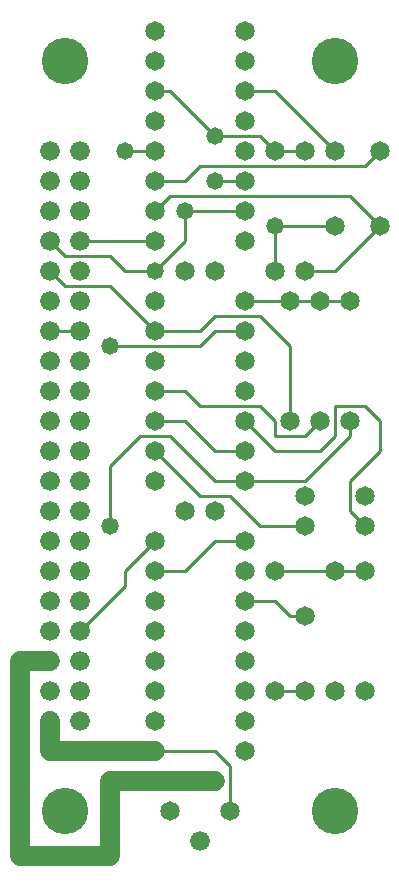
<source format=gbl>
%MOIN*%
%FSLAX25Y25*%
G04 D10 used for Character Trace; *
G04     Circle (OD=.01000) (No hole)*
G04 D11 used for Power Trace; *
G04     Circle (OD=.06700) (No hole)*
G04 D12 used for Signal Trace; *
G04     Circle (OD=.01100) (No hole)*
G04 D13 used for Via; *
G04     Circle (OD=.05800) (Round. Hole ID=.02800)*
G04 D14 used for Component hole; *
G04     Circle (OD=.06500) (Round. Hole ID=.03500)*
G04 D15 used for Component hole; *
G04     Circle (OD=.06600) (Round. Hole ID=.04200)*
G04 D16 used for Component hole; *
G04     Circle (OD=.08200) (Round. Hole ID=.05200)*
G04 D17 used for Component hole; *
G04     Circle (OD=.08950) (Round. Hole ID=.05950)*
G04 D18 used for Component hole; *
G04     Circle (OD=.11600) (Round. Hole ID=.08600)*
G04 D19 used for Component hole; *
G04     Circle (OD=.15500) (Round. Hole ID=.12500)*
G04 D20 used for Component hole; *
G04     Circle (OD=.18200) (Round. Hole ID=.15200)*
G04 D21 used for Component hole; *
G04     Circle (OD=.24300) (Round. Hole ID=.21300)*
%ADD10C,.01000*%
%ADD11C,.06700*%
%ADD12C,.01100*%
%ADD13C,.05800*%
%ADD14C,.06500*%
%ADD15C,.06600*%
%ADD16C,.08200*%
%ADD17C,.08950*%
%ADD18C,.11600*%
%ADD19C,.15500*%
%ADD20C,.18200*%
%ADD21C,.24300*%
%IPPOS*%
%LPD*%
G90*X0Y0D02*D11*X10000Y10000D02*X40000D01*        
Y35000D01*X75000D01*D13*D03*D12*X80000Y25000D02*  
Y40000D01*D14*Y25000D03*D15*X70000Y15000D03*D12*  
X80000Y40000D02*X75000Y45000D01*X55000D01*D14*D03*
D11*X20000D01*Y55000D01*D15*D03*X30000Y65000D03*  
Y55000D03*X20000Y65000D03*X30000Y75000D03*        
X20000D03*D11*X10000D01*Y10000D01*D19*            
X25000Y25000D03*D14*X55000Y55000D03*              
X60000Y25000D03*X55000Y65000D03*Y75000D03*        
X85000Y85000D03*X55000D03*D15*X30000D03*D12*      
X45000Y100000D01*Y105000D01*X55000Y115000D01*D14* 
D03*D12*Y105000D02*X65000D01*D14*X55000D03*D12*   
X65000D02*X75000Y115000D01*X85000D01*D14*D03*D12* 
X90000Y120000D02*X105000D01*D14*D03*Y130000D03*   
D12*X120000Y125000D02*Y135000D01*                 
X125000Y120000D02*X120000Y125000D01*D14*          
X125000Y120000D03*Y130000D03*X115000Y105000D03*   
D12*X95000D01*D14*D03*X85000Y95000D03*D12*        
X95000D01*X100000Y90000D01*X105000D01*D14*D03*D12*
X115000Y105000D02*X125000D01*D14*D03*D12*         
X120000Y135000D02*X130000Y145000D01*Y155000D01*   
X125000Y160000D01*X115000D01*Y150000D01*          
X110000Y145000D01*X95000D01*X85000Y155000D01*D14* 
D03*D12*X95000D02*X90000Y160000D01*               
X95000Y150000D02*Y155000D01*Y150000D02*X105000D01*
X110000Y155000D01*D14*D03*D12*X105000Y135000D02*  
X120000Y150000D01*X85000Y135000D02*X105000D01*D14*
X85000D03*D12*X75000D01*X60000Y150000D01*         
X50000D01*X40000Y140000D01*Y120000D01*D13*D03*D15*
X30000Y125000D03*Y115000D03*D14*X55000Y135000D03* 
D15*X30000Y105000D03*Y135000D03*X20000D03*        
Y125000D03*Y115000D03*Y105000D03*Y95000D03*D14*   
X55000Y145000D03*D12*X70000Y130000D01*X80000D01*  
X90000Y120000D01*D14*X75000Y125000D03*            
X85000Y105000D03*X65000Y125000D03*                
X85000Y145000D03*D12*X75000D01*X65000Y155000D01*  
X55000D01*D14*D03*D12*X70000Y160000D02*           
X65000Y165000D01*X70000Y160000D02*X90000D01*D14*  
X85000Y165000D03*X100000Y155000D03*D12*Y180000D01*
X90000Y190000D01*X75000D01*X70000Y185000D01*      
X55000D01*D14*D03*D12*X40000Y200000D01*X25000D01* 
X20000Y205000D01*D15*D03*D12*X25000Y210000D02*    
X40000D01*X45000Y205000D01*X55000D01*D13*D03*D12* 
X65000Y215000D01*Y225000D01*D13*D03*D12*X85000D01*
D14*D03*D13*X75000Y235000D03*D12*X85000D01*D14*   
D03*X95000Y245000D03*D12*X105000D01*D14*D03*      
X115000D03*D12*X95000Y265000D01*X85000D01*D14*D03*
Y275000D03*Y255000D03*D13*X75000Y250000D03*D12*   
X90000D01*X95000Y245000D01*D14*X85000D03*D12*     
X75000Y250000D02*X60000Y265000D01*X55000D01*D14*  
D03*Y275000D03*Y255000D03*D13*X45000Y245000D03*   
D12*X55000D01*D14*D03*D12*Y235000D02*X65000D01*   
D14*X55000D03*D12*Y225000D02*X60000Y230000D01*D14*
X55000Y225000D03*D12*X60000Y230000D02*X120000D01* 
X130000Y220000D01*D14*D03*D12*X115000Y205000D01*  
X105000D01*D14*D03*X100000Y195000D03*D12*         
X85000D01*D14*D03*X95000Y205000D03*D12*Y220000D01*
D13*D03*D12*X115000D01*D14*D03*D12*               
X70000Y240000D02*X125000D01*X65000Y235000D02*     
X70000Y240000D01*D14*X85000Y215000D03*X55000D03*  
D12*X30000D01*D15*D03*D12*X25000Y210000D02*       
X20000Y215000D01*D15*D03*X30000Y205000D03*        
Y225000D03*X20000D03*X30000Y235000D03*X20000D03*  
Y195000D03*X30000D03*Y245000D03*X20000D03*        
Y185000D03*D12*X30000D01*D15*D03*X20000Y175000D03*
D13*X40000Y180000D03*D12*X70000D01*               
X75000Y185000D01*X85000D01*D14*D03*Y175000D03*D12*
X100000Y195000D02*X110000D01*D14*D03*D12*         
X120000D01*D14*D03*Y155000D03*D12*Y150000D01*D14* 
X65000Y205000D03*D12*X55000Y165000D02*X65000D01*  
D14*X55000D03*Y175000D03*D15*X30000D03*Y165000D03*
Y155000D03*Y145000D03*D14*X55000Y195000D03*D15*   
X20000Y165000D03*Y155000D03*Y145000D03*D14*       
X75000Y205000D03*D15*X30000Y95000D03*D14*         
X55000D03*D12*X125000Y240000D02*X130000Y245000D01*
D14*D03*D19*X115000Y275000D03*D14*                
X85000Y285000D03*X55000D03*D19*X25000Y275000D03*  
D15*X20000Y85000D03*D14*X85000Y75000D03*Y65000D03*
X95000D03*D12*X105000D01*D14*D03*X115000D03*      
X85000Y45000D03*X125000Y65000D03*X85000Y55000D03* 
D19*X115000Y25000D03*M02*                         

</source>
